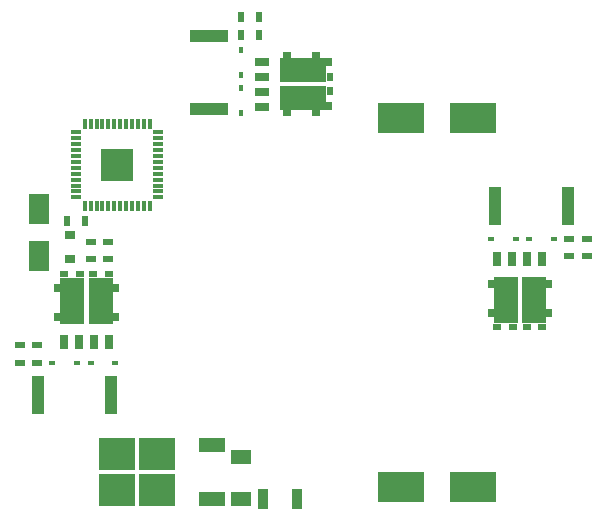
<source format=gbr>
G04 #@! TF.FileFunction,Paste,Top*
%FSLAX46Y46*%
G04 Gerber Fmt 4.6, Leading zero omitted, Abs format (unit mm)*
G04 Created by KiCad (PCBNEW 4.0.7) date 03/16/20 11:51:46*
%MOMM*%
%LPD*%
G01*
G04 APERTURE LIST*
%ADD10C,0.100000*%
%ADD11R,2.200000X1.200000*%
%ADD12R,3.050000X2.750000*%
%ADD13R,4.000000X2.500000*%
%ADD14R,0.850000X0.300000*%
%ADD15R,0.300000X0.850000*%
%ADD16R,2.700000X2.700000*%
%ADD17R,0.475000X0.800000*%
%ADD18R,0.650000X0.550000*%
%ADD19R,0.750000X0.550000*%
%ADD20R,2.025000X3.900000*%
%ADD21R,0.650000X1.250000*%
%ADD22R,0.900000X0.800000*%
%ADD23R,0.500000X0.900000*%
%ADD24R,1.800000X2.500000*%
%ADD25R,0.450000X0.600000*%
%ADD26R,0.600000X0.450000*%
%ADD27R,3.200000X1.000000*%
%ADD28R,1.000000X3.200000*%
%ADD29R,1.700000X1.300000*%
%ADD30R,0.800000X0.475000*%
%ADD31R,0.550000X0.650000*%
%ADD32R,0.550000X0.750000*%
%ADD33R,3.900000X2.025000*%
%ADD34R,1.250000X0.650000*%
%ADD35R,0.900000X0.500000*%
%ADD36R,0.900000X1.700000*%
G04 APERTURE END LIST*
D10*
D11*
X-7750000Y-16750000D03*
X-7750000Y-12190000D03*
D12*
X-15725000Y-12945000D03*
X-12375000Y-15995000D03*
X-15725000Y-15995000D03*
X-12375000Y-12945000D03*
D13*
X8250000Y15500000D03*
X14350000Y15500000D03*
D14*
X-19200000Y14250000D03*
X-19200000Y13750000D03*
X-19200000Y13250000D03*
X-19200000Y12750000D03*
X-19200000Y12250000D03*
X-19200000Y11750000D03*
X-19200000Y11250000D03*
X-19200000Y10750000D03*
X-19200000Y10250000D03*
X-19200000Y9750000D03*
X-19200000Y9250000D03*
X-19200000Y8750000D03*
D15*
X-18500000Y8050000D03*
X-18000000Y8050000D03*
X-17500000Y8050000D03*
X-17000000Y8050000D03*
X-16500000Y8050000D03*
X-16000000Y8050000D03*
X-15500000Y8050000D03*
X-15000000Y8050000D03*
X-14500000Y8050000D03*
X-14000000Y8050000D03*
X-13500000Y8050000D03*
X-13000000Y8050000D03*
D14*
X-12300000Y8750000D03*
X-12300000Y9250000D03*
X-12300000Y9750000D03*
X-12300000Y10250000D03*
X-12300000Y10750000D03*
X-12300000Y11250000D03*
X-12300000Y11750000D03*
X-12300000Y12250000D03*
X-12300000Y12750000D03*
X-12300000Y13250000D03*
X-12300000Y13750000D03*
X-12300000Y14250000D03*
D15*
X-13000000Y14950000D03*
X-13500000Y14950000D03*
X-14000000Y14950000D03*
X-14500000Y14950000D03*
X-15000000Y14950000D03*
X-15500000Y14950000D03*
X-16000000Y14950000D03*
X-16500000Y14950000D03*
X-17000000Y14950000D03*
X-17500000Y14950000D03*
X-18000000Y14950000D03*
X-18500000Y14950000D03*
D16*
X-15750000Y11500000D03*
D17*
X-20807500Y-1360000D03*
X-20807500Y1090000D03*
X-15882500Y-1360000D03*
D18*
X-20245000Y2220000D03*
D19*
X-18920000Y2225000D03*
D20*
X-19557500Y0D03*
D21*
X-20250000Y-3475000D03*
X-18980000Y-3475000D03*
X-17710000Y-3475000D03*
X-16440000Y-3475000D03*
D19*
X-17770000Y2225000D03*
D20*
X-17132500Y0D03*
D18*
X-16445000Y2220000D03*
D17*
X-15882500Y1090000D03*
D22*
X-19750000Y3500000D03*
X-19750000Y5600000D03*
D23*
X-20000000Y6750000D03*
X-18500000Y6750000D03*
D24*
X-22400000Y3750000D03*
X-22400000Y7750000D03*
D25*
X-5250000Y15900000D03*
X-5250000Y18000000D03*
X-5250000Y19150000D03*
X-5250000Y21250000D03*
D26*
X15900000Y5250000D03*
X18000000Y5250000D03*
X19150000Y5250000D03*
X21250000Y5250000D03*
X-19150000Y-5250000D03*
X-21250000Y-5250000D03*
D27*
X-8000000Y16250000D03*
X-8000000Y22450000D03*
D28*
X16250000Y8000000D03*
X22450000Y8000000D03*
X-16250000Y-8000000D03*
X-22450000Y-8000000D03*
D26*
X-15900000Y-5250000D03*
X-18000000Y-5250000D03*
D29*
X-5250000Y-13250000D03*
X-5250000Y-16750000D03*
D30*
X-1360000Y20807500D03*
X1090000Y20807500D03*
X-1360000Y15882500D03*
D31*
X2220000Y20245000D03*
D32*
X2225000Y18920000D03*
D33*
X0Y19557500D03*
D34*
X-3475000Y20250000D03*
X-3475000Y18980000D03*
X-3475000Y17710000D03*
X-3475000Y16440000D03*
D32*
X2225000Y17770000D03*
D33*
X0Y17132500D03*
D31*
X2220000Y16445000D03*
D30*
X1090000Y15882500D03*
D17*
X20807500Y1385000D03*
X20807500Y-1065000D03*
X15882500Y1385000D03*
D18*
X20245000Y-2195000D03*
D19*
X18920000Y-2200000D03*
D20*
X19557500Y25000D03*
D21*
X20250000Y3500000D03*
X18980000Y3500000D03*
X17710000Y3500000D03*
X16440000Y3500000D03*
D19*
X17770000Y-2200000D03*
D20*
X17132500Y25000D03*
D18*
X16445000Y-2195000D03*
D17*
X15882500Y-1065000D03*
D35*
X-18000000Y3500000D03*
X-18000000Y5000000D03*
X-22500000Y-3750000D03*
X-22500000Y-5250000D03*
X-24000000Y-5250000D03*
X-24000000Y-3750000D03*
X-16500000Y3500000D03*
X-16500000Y5000000D03*
X24000000Y3750000D03*
X24000000Y5250000D03*
X22500000Y3750000D03*
X22500000Y5250000D03*
D23*
X-3750000Y24000000D03*
X-5250000Y24000000D03*
X-3750000Y22500000D03*
X-5250000Y22500000D03*
D36*
X-500000Y-16750000D03*
X-3400000Y-16750000D03*
D13*
X8250000Y-15750000D03*
X14350000Y-15750000D03*
M02*

</source>
